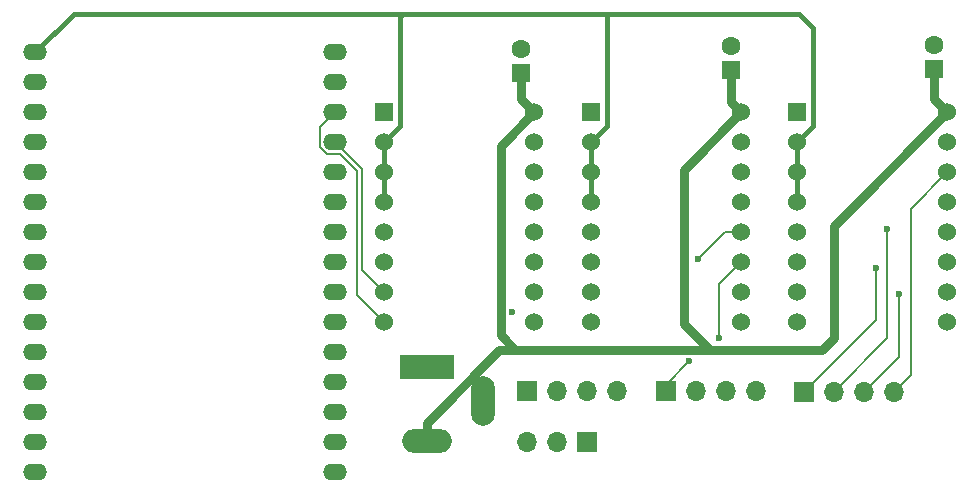
<source format=gbr>
%TF.GenerationSoftware,KiCad,Pcbnew,8.0.3*%
%TF.CreationDate,2024-08-08T00:21:50-04:00*%
%TF.ProjectId,sheepycam,73686565-7079-4636-916d-2e6b69636164,rev?*%
%TF.SameCoordinates,Original*%
%TF.FileFunction,Copper,L1,Top*%
%TF.FilePolarity,Positive*%
%FSLAX46Y46*%
G04 Gerber Fmt 4.6, Leading zero omitted, Abs format (unit mm)*
G04 Created by KiCad (PCBNEW 8.0.3) date 2024-08-08 00:21:50*
%MOMM*%
%LPD*%
G01*
G04 APERTURE LIST*
%TA.AperFunction,ComponentPad*%
%ADD10R,1.530000X1.530000*%
%TD*%
%TA.AperFunction,ComponentPad*%
%ADD11C,1.530000*%
%TD*%
%TA.AperFunction,ComponentPad*%
%ADD12R,1.700000X1.700000*%
%TD*%
%TA.AperFunction,ComponentPad*%
%ADD13O,1.700000X1.700000*%
%TD*%
%TA.AperFunction,ComponentPad*%
%ADD14R,1.600000X1.600000*%
%TD*%
%TA.AperFunction,ComponentPad*%
%ADD15C,1.600000*%
%TD*%
%TA.AperFunction,ComponentPad*%
%ADD16O,2.000000X1.400000*%
%TD*%
%TA.AperFunction,ComponentPad*%
%ADD17R,4.600000X2.000000*%
%TD*%
%TA.AperFunction,ComponentPad*%
%ADD18O,4.200000X2.000000*%
%TD*%
%TA.AperFunction,ComponentPad*%
%ADD19O,2.000000X4.200000*%
%TD*%
%TA.AperFunction,ViaPad*%
%ADD20C,0.600000*%
%TD*%
%TA.AperFunction,Conductor*%
%ADD21C,0.800000*%
%TD*%
%TA.AperFunction,Conductor*%
%ADD22C,0.200000*%
%TD*%
%TA.AperFunction,Conductor*%
%ADD23C,0.400000*%
%TD*%
G04 APERTURE END LIST*
D10*
%TO.P,U2,1,~{ENABLE}*%
%TO.N,GND*%
X149150000Y-60360000D03*
D11*
%TO.P,U2,2,MS1*%
%TO.N,+3V3*%
X149150000Y-62900000D03*
%TO.P,U2,3,MS2*%
X149150000Y-65440000D03*
%TO.P,U2,4,MS3*%
X149150000Y-67980000D03*
%TO.P,U2,5,~{RESET}*%
%TO.N,Net-(U2-~{RESET})*%
X149150000Y-70520000D03*
%TO.P,U2,6,~{SLEEP}*%
X149150000Y-73060000D03*
%TO.P,U2,7,STEP*%
%TO.N,XSTEP*%
X149150000Y-75600000D03*
%TO.P,U2,8,DIR*%
%TO.N,XDIR*%
X149150000Y-78140000D03*
%TO.P,U2,9,GND*%
%TO.N,GND*%
X161850000Y-78140000D03*
%TO.P,U2,10,VDD*%
%TO.N,+3V3*%
X161850000Y-75600000D03*
%TO.P,U2,11,1B*%
%TO.N,Net-(J2-B+)*%
X161850000Y-73060000D03*
%TO.P,U2,12,1A*%
%TO.N,Net-(J2-A+)*%
X161850000Y-70520000D03*
%TO.P,U2,13,2A*%
%TO.N,Net-(J2-A-)*%
X161850000Y-67980000D03*
%TO.P,U2,14,2B*%
%TO.N,Net-(J2-B-)*%
X161850000Y-65440000D03*
%TO.P,U2,15,GND*%
%TO.N,GND*%
X161850000Y-62900000D03*
%TO.P,U2,16,VMOT*%
%TO.N,+12V*%
X161850000Y-60360000D03*
%TD*%
D10*
%TO.P,U4,1,~{ENABLE}*%
%TO.N,GND*%
X184140000Y-60360000D03*
D11*
%TO.P,U4,2,MS1*%
%TO.N,+3V3*%
X184140000Y-62900000D03*
%TO.P,U4,3,MS2*%
X184140000Y-65440000D03*
%TO.P,U4,4,MS3*%
X184140000Y-67980000D03*
%TO.P,U4,5,~{RESET}*%
%TO.N,Net-(U4-~{RESET})*%
X184140000Y-70520000D03*
%TO.P,U4,6,~{SLEEP}*%
X184140000Y-73060000D03*
%TO.P,U4,7,STEP*%
%TO.N,ZSTEP*%
X184140000Y-75600000D03*
%TO.P,U4,8,DIR*%
%TO.N,ZDIR*%
X184140000Y-78140000D03*
%TO.P,U4,9,GND*%
%TO.N,GND*%
X196840000Y-78140000D03*
%TO.P,U4,10,VDD*%
%TO.N,+3V3*%
X196840000Y-75600000D03*
%TO.P,U4,11,1B*%
%TO.N,Net-(J4-B+)*%
X196840000Y-73060000D03*
%TO.P,U4,12,1A*%
%TO.N,Net-(J4-A+)*%
X196840000Y-70520000D03*
%TO.P,U4,13,2A*%
%TO.N,Net-(J4-A-)*%
X196840000Y-67980000D03*
%TO.P,U4,14,2B*%
%TO.N,Net-(J4-B-)*%
X196840000Y-65440000D03*
%TO.P,U4,15,GND*%
%TO.N,GND*%
X196840000Y-62900000D03*
%TO.P,U4,16,VMOT*%
%TO.N,+12V*%
X196840000Y-60360000D03*
%TD*%
D12*
%TO.P,J3,1,A+*%
%TO.N,Net-(J3-A+)*%
X172994775Y-83940000D03*
D13*
%TO.P,J3,2,A-*%
%TO.N,Net-(J3-A-)*%
X175534775Y-83940000D03*
%TO.P,J3,3,B+*%
%TO.N,Net-(J3-B+)*%
X178074775Y-83940000D03*
%TO.P,J3,4,B-*%
%TO.N,Net-(J3-B-)*%
X180614775Y-83940000D03*
%TD*%
D14*
%TO.P,C1,1*%
%TO.N,+12V*%
X178494775Y-56750000D03*
D15*
%TO.P,C1,2*%
%TO.N,GND*%
X178494775Y-54750000D03*
%TD*%
%TO.P,C2,2*%
%TO.N,GND*%
X195744775Y-54690000D03*
D14*
%TO.P,C2,1*%
%TO.N,+12V*%
X195744775Y-56690000D03*
%TD*%
%TO.P,C3,1*%
%TO.N,+12V*%
X160744775Y-57000000D03*
D15*
%TO.P,C3,2*%
%TO.N,GND*%
X160744775Y-55000000D03*
%TD*%
D10*
%TO.P,U3,1,~{ENABLE}*%
%TO.N,GND*%
X166645000Y-60360000D03*
D11*
%TO.P,U3,2,MS1*%
%TO.N,+3V3*%
X166645000Y-62900000D03*
%TO.P,U3,3,MS2*%
X166645000Y-65440000D03*
%TO.P,U3,4,MS3*%
X166645000Y-67980000D03*
%TO.P,U3,5,~{RESET}*%
%TO.N,Net-(U3-~{RESET})*%
X166645000Y-70520000D03*
%TO.P,U3,6,~{SLEEP}*%
X166645000Y-73060000D03*
%TO.P,U3,7,STEP*%
%TO.N,YSTEP*%
X166645000Y-75600000D03*
%TO.P,U3,8,DIR*%
%TO.N,YDIR*%
X166645000Y-78140000D03*
%TO.P,U3,9,GND*%
%TO.N,GND*%
X179345000Y-78140000D03*
%TO.P,U3,10,VDD*%
%TO.N,+3V3*%
X179345000Y-75600000D03*
%TO.P,U3,11,1B*%
%TO.N,Net-(J3-B+)*%
X179345000Y-73060000D03*
%TO.P,U3,12,1A*%
%TO.N,Net-(J3-A+)*%
X179345000Y-70520000D03*
%TO.P,U3,13,2A*%
%TO.N,Net-(J3-A-)*%
X179345000Y-67980000D03*
%TO.P,U3,14,2B*%
%TO.N,Net-(J3-B-)*%
X179345000Y-65440000D03*
%TO.P,U3,15,GND*%
%TO.N,GND*%
X179345000Y-62900000D03*
%TO.P,U3,16,VMOT*%
%TO.N,+12V*%
X179345000Y-60360000D03*
%TD*%
D12*
%TO.P,J4,1,A+*%
%TO.N,Net-(J4-A+)*%
X184710000Y-84000000D03*
D13*
%TO.P,J4,2,A-*%
%TO.N,Net-(J4-A-)*%
X187250000Y-84000000D03*
%TO.P,J4,3,B+*%
%TO.N,Net-(J4-B+)*%
X189790000Y-84000000D03*
%TO.P,J4,4,B-*%
%TO.N,Net-(J4-B-)*%
X192330000Y-84000000D03*
%TD*%
D16*
%TO.P,U1,1,EN*%
%TO.N,unconnected-(U1-EN-Pad1)*%
X145000000Y-90810000D03*
%TO.P,U1,2,GPIO36*%
%TO.N,unconnected-(U1-GPIO36-Pad2)*%
X145000000Y-88270000D03*
%TO.P,U1,3,GPIO39*%
%TO.N,unconnected-(U1-GPIO39-Pad3)*%
X145000000Y-85730000D03*
%TO.P,U1,4,GPIO34*%
%TO.N,unconnected-(U1-GPIO34-Pad4)*%
X145000000Y-83190000D03*
%TO.P,U1,5,GPIO35*%
%TO.N,unconnected-(U1-GPIO35-Pad5)*%
X145000000Y-80650000D03*
%TO.P,U1,6,GPIO32*%
%TO.N,unconnected-(U1-GPIO32-Pad6)*%
X145000000Y-78110000D03*
%TO.P,U1,7,GPIO33*%
%TO.N,unconnected-(U1-GPIO33-Pad7)*%
X145000000Y-75570000D03*
%TO.P,U1,8,GPIO25*%
%TO.N,ZSTEP*%
X145000000Y-73030000D03*
%TO.P,U1,9,GPIO26*%
%TO.N,ZDIR*%
X145000000Y-70490000D03*
%TO.P,U1,10,GPIO27*%
%TO.N,YSTEP*%
X145000000Y-67950000D03*
%TO.P,U1,11,GPIO14*%
%TO.N,YDIR*%
X145000000Y-65410000D03*
%TO.P,U1,12,GPIO12*%
%TO.N,XSTEP*%
X145000000Y-62870000D03*
%TO.P,U1,13,GPIO13*%
%TO.N,XDIR*%
X145000000Y-60330000D03*
%TO.P,U1,14,GND*%
%TO.N,GND*%
X145000000Y-57790000D03*
%TO.P,U1,15,5V*%
%TO.N,unconnected-(U1-5V-Pad15)*%
X145000000Y-55250000D03*
%TO.P,U1,16,3V3*%
%TO.N,+3V3*%
X119600000Y-55250000D03*
%TO.P,U1,17,GND*%
%TO.N,GND*%
X119600000Y-57790000D03*
%TO.P,U1,18,GPIO15*%
%TO.N,unconnected-(U1-GPIO15-Pad18)*%
X119600000Y-60330000D03*
%TO.P,U1,19,GPIO2*%
%TO.N,unconnected-(U1-GPIO2-Pad19)*%
X119600000Y-62870000D03*
%TO.P,U1,20,GPIO4*%
%TO.N,unconnected-(U1-GPIO4-Pad20)*%
X119600000Y-65410000D03*
%TO.P,U1,21,GPIO16*%
%TO.N,unconnected-(U1-GPIO16-Pad21)*%
X119600000Y-67950000D03*
%TO.P,U1,22,GPIO17*%
%TO.N,unconnected-(U1-GPIO17-Pad22)*%
X119600000Y-70490000D03*
%TO.P,U1,23,GPIO5*%
%TO.N,unconnected-(U1-GPIO5-Pad23)*%
X119600000Y-73030000D03*
%TO.P,U1,24,GPIO18*%
%TO.N,unconnected-(U1-GPIO18-Pad24)*%
X119600000Y-75570000D03*
%TO.P,U1,25,GPIO19*%
%TO.N,unconnected-(U1-GPIO19-Pad25)*%
X119600000Y-78110000D03*
%TO.P,U1,26,GPIO21*%
%TO.N,unconnected-(U1-GPIO21-Pad26)*%
X119600000Y-80650000D03*
%TO.P,U1,27,GPIO3*%
%TO.N,unconnected-(U1-GPIO3-Pad27)*%
X119600000Y-83190000D03*
%TO.P,U1,28,GPIO1*%
%TO.N,unconnected-(U1-GPIO1-Pad28)*%
X119600000Y-85730000D03*
%TO.P,U1,29,GPIO22*%
%TO.N,unconnected-(U1-GPIO22-Pad29)*%
X119600000Y-88270000D03*
%TO.P,U1,30,GPIO23*%
%TO.N,unconnected-(U1-GPIO23-Pad30)*%
X119600000Y-90810000D03*
%TD*%
D12*
%TO.P,J2,1,A+*%
%TO.N,Net-(J2-A+)*%
X161250000Y-83940000D03*
D13*
%TO.P,J2,2,A-*%
%TO.N,Net-(J2-A-)*%
X163790000Y-83940000D03*
%TO.P,J2,3,B+*%
%TO.N,Net-(J2-B+)*%
X166330000Y-83940000D03*
%TO.P,J2,4,B-*%
%TO.N,Net-(J2-B-)*%
X168870000Y-83940000D03*
%TD*%
D17*
%TO.P,J5,1*%
%TO.N,GND*%
X152744775Y-81890000D03*
D18*
%TO.P,J5,2*%
%TO.N,+12V*%
X152744775Y-88190000D03*
D19*
%TO.P,J5,3*%
%TO.N,N/C*%
X157544775Y-84790000D03*
%TD*%
D12*
%TO.P,J1,1,Pin_1*%
%TO.N,unconnected-(J1-Pin_1-Pad1)*%
X166290000Y-88250000D03*
D13*
%TO.P,J1,2,Pin_2*%
%TO.N,unconnected-(J1-Pin_2-Pad2)*%
X163750000Y-88250000D03*
%TO.P,J1,3,Pin_3*%
%TO.N,unconnected-(J1-Pin_3-Pad3)*%
X161210000Y-88250000D03*
%TD*%
D20*
%TO.N,Net-(J2-A+)*%
X160000000Y-77250000D03*
%TO.N,Net-(J4-A+)*%
X190750000Y-73500000D03*
%TO.N,Net-(J4-A-)*%
X191750000Y-70250000D03*
%TO.N,Net-(J4-B+)*%
X192750000Y-75750000D03*
%TO.N,Net-(J3-B+)*%
X177500000Y-79500000D03*
%TO.N,Net-(J3-A+)*%
X175750000Y-72750000D03*
X175000000Y-81400000D03*
%TD*%
D21*
%TO.N,+12V*%
X187250000Y-69950000D02*
X196840000Y-60360000D01*
X187250000Y-79500000D02*
X187250000Y-69950000D01*
X186250000Y-80500000D02*
X187250000Y-79500000D01*
X176750000Y-80500000D02*
X186250000Y-80500000D01*
D22*
%TO.N,Net-(J4-A-)*%
X191750000Y-79500000D02*
X191750000Y-70250000D01*
X187250000Y-84000000D02*
X191750000Y-79500000D01*
%TO.N,Net-(J4-B+)*%
X192750000Y-81040000D02*
X192750000Y-75750000D01*
X189790000Y-84000000D02*
X192750000Y-81040000D01*
%TO.N,Net-(J4-B-)*%
X193750000Y-68530000D02*
X196840000Y-65440000D01*
X193750000Y-82580000D02*
X193750000Y-68530000D01*
X192330000Y-84000000D02*
X193750000Y-82580000D01*
D23*
%TO.N,+3V3*%
X150500000Y-52250000D02*
X150750000Y-52000000D01*
X150500000Y-61550000D02*
X150500000Y-52250000D01*
X149150000Y-62900000D02*
X150500000Y-61550000D01*
X185500000Y-61540000D02*
X184140000Y-62900000D01*
X185500000Y-53250000D02*
X185500000Y-61540000D01*
X184250000Y-52000000D02*
X185500000Y-53250000D01*
X168000000Y-52000000D02*
X184250000Y-52000000D01*
X184140000Y-65440000D02*
X184140000Y-67980000D01*
X184140000Y-62900000D02*
X184140000Y-65440000D01*
X166645000Y-65440000D02*
X166645000Y-67980000D01*
X166645000Y-62900000D02*
X166645000Y-65440000D01*
X149150000Y-65440000D02*
X149150000Y-67980000D01*
X149150000Y-62900000D02*
X149150000Y-65440000D01*
D22*
%TO.N,Net-(J3-B+)*%
X177500000Y-74905000D02*
X177500000Y-79500000D01*
X179345000Y-73060000D02*
X177500000Y-74905000D01*
%TO.N,Net-(J3-A+)*%
X172994775Y-83405225D02*
X172994775Y-83940000D01*
X175000000Y-81400000D02*
X172994775Y-83405225D01*
X177980000Y-70520000D02*
X179345000Y-70520000D01*
X175750000Y-72750000D02*
X177980000Y-70520000D01*
D21*
%TO.N,+12V*%
X174500000Y-65205000D02*
X179345000Y-60360000D01*
X174500000Y-78250000D02*
X174500000Y-65205000D01*
X176750000Y-80500000D02*
X174500000Y-78250000D01*
D22*
%TO.N,XDIR*%
X144285786Y-63870000D02*
X145434314Y-63870000D01*
X146850000Y-75840000D02*
X149150000Y-78140000D01*
X145434314Y-63870000D02*
X146850000Y-65285686D01*
X145000000Y-60330000D02*
X143700000Y-61630000D01*
X143700000Y-63284214D02*
X144285786Y-63870000D01*
X143700000Y-61630000D02*
X143700000Y-63284214D01*
X146850000Y-65285686D02*
X146850000Y-75840000D01*
D23*
%TO.N,+3V3*%
X166645000Y-62900000D02*
X168000000Y-61545000D01*
X150750000Y-52000000D02*
X168000000Y-52000000D01*
X119600000Y-55250000D02*
X122850000Y-52000000D01*
X122850000Y-52000000D02*
X150750000Y-52000000D01*
X168000000Y-61545000D02*
X168000000Y-52000000D01*
D22*
%TO.N,XSTEP*%
X147250000Y-65120000D02*
X147250000Y-73700000D01*
X145000000Y-62870000D02*
X147250000Y-65120000D01*
X147250000Y-73700000D02*
X149150000Y-75600000D01*
D21*
%TO.N,+12V*%
X152744775Y-86651522D02*
X158896297Y-80500000D01*
X158896297Y-80500000D02*
X160250000Y-80500000D01*
X178494775Y-59509775D02*
X178494775Y-56750000D01*
X152744775Y-88190000D02*
X152744775Y-86651522D01*
X161850000Y-60360000D02*
X160744775Y-59254775D01*
X159000000Y-63210000D02*
X161850000Y-60360000D01*
X195744775Y-59264775D02*
X195744775Y-56690000D01*
X160744775Y-59254775D02*
X160744775Y-57000000D01*
X159000000Y-79250000D02*
X159000000Y-63210000D01*
X160250000Y-80500000D02*
X159000000Y-79250000D01*
X179345000Y-60360000D02*
X178494775Y-59509775D01*
X160250000Y-80500000D02*
X176750000Y-80500000D01*
X196840000Y-60360000D02*
X195744775Y-59264775D01*
D22*
%TO.N,Net-(J4-A+)*%
X190750000Y-77960000D02*
X184710000Y-84000000D01*
X190750000Y-73500000D02*
X190750000Y-77960000D01*
%TD*%
M02*

</source>
